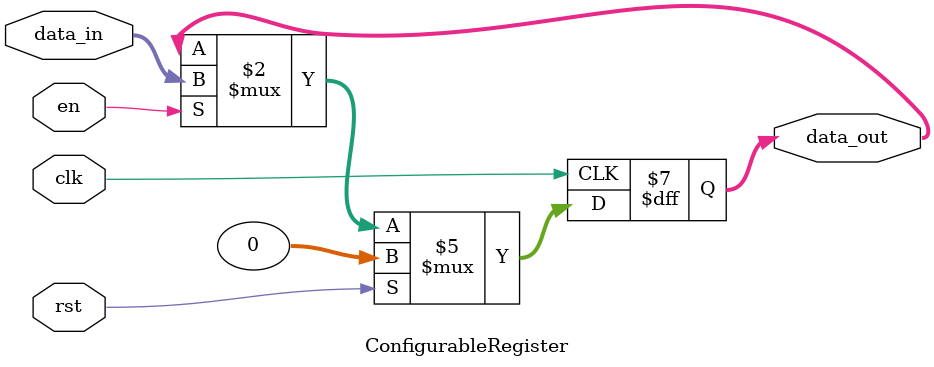
<source format=v>
`timescale 1ns / 1ps

module ConfigurableRegister #(
    parameter WIDTH = 32  // Number of bits (can be any value)
)(
    input  wire              clk,
    input  wire              rst,    // Active-high synchronous reset
    input  wire              en,   // Load enable signal
    input  wire [WIDTH-1:0]  data_in,
    output reg  [WIDTH-1:0]  data_out
);

    always @(posedge clk) begin
        if (rst) begin
            data_out <= {WIDTH{1'b0}};
        end else if (en) begin
            data_out <= data_in;
        end
    end

endmodule

</source>
